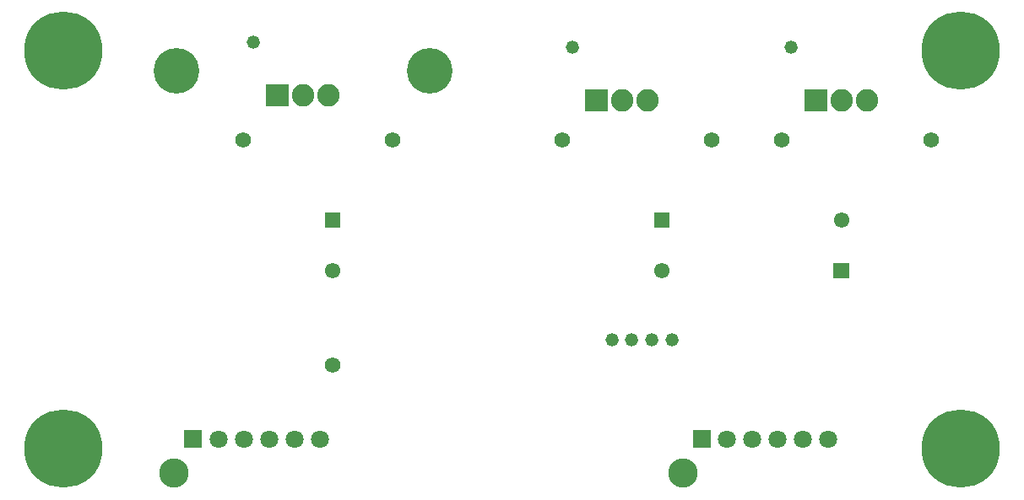
<source format=gbr>
G04 start of page 7 for group -4063 idx -4063 *
G04 Title: EW10A - bias supply, componentmask *
G04 Creator: pcb 1.99z *
G04 CreationDate: Wed 13 Aug 2014 11:07:00 PM GMT UTC *
G04 For: eelco *
G04 Format: Gerber/RS-274X *
G04 PCB-Dimensions (mil): 4724.41 3149.61 *
G04 PCB-Coordinate-Origin: lower left *
%MOIN*%
%FSLAX25Y25*%
%LNTOPMASK*%
%ADD63C,0.0520*%
%ADD62C,0.0620*%
%ADD61C,0.1160*%
%ADD60C,0.0710*%
%ADD59C,0.1800*%
%ADD58C,0.0886*%
%ADD57C,0.0001*%
%ADD56C,0.0610*%
%ADD55C,0.3091*%
G54D55*X413386Y236220D03*
G54D56*X366142Y169291D03*
G54D57*G36*
X351713Y220965D02*Y212106D01*
X360571D01*
Y220965D01*
X351713D01*
G37*
G54D58*X366142Y216535D03*
X376142D03*
G54D55*X59055Y236220D03*
G54D59*X103543Y228346D03*
X203543D03*
G54D57*G36*
X139114Y222933D02*Y214075D01*
X147972D01*
Y222933D01*
X139114D01*
G37*
G54D58*X153543Y218504D03*
X163543D03*
G54D55*X59055Y78740D03*
G54D57*G36*
X162303Y172343D02*Y166240D01*
X168406D01*
Y172343D01*
X162303D01*
G37*
G54D56*X165354Y149291D03*
G54D57*G36*
X106686Y86227D02*Y79127D01*
X113786D01*
Y86227D01*
X106686D01*
G37*
G54D60*X120236Y82677D03*
X130236D03*
X140236D03*
X150236D03*
X160236D03*
G54D61*X102736Y69177D03*
G54D55*X413386Y78740D03*
G54D57*G36*
X307474Y86227D02*Y79127D01*
X314574D01*
Y86227D01*
X307474D01*
G37*
G54D60*X321024Y82677D03*
X331024D03*
X341024D03*
X351024D03*
X361024D03*
G54D61*X303524Y69177D03*
G54D57*G36*
X292224Y172343D02*Y166240D01*
X298327D01*
Y172343D01*
X292224D01*
G37*
G36*
X265098Y220965D02*Y212106D01*
X273957D01*
Y220965D01*
X265098D01*
G37*
G54D58*X279528Y216535D03*
X289528D03*
G54D56*X295276Y149291D03*
G54D57*G36*
X363091Y152343D02*Y146240D01*
X369193D01*
Y152343D01*
X363091D01*
G37*
G54D62*X188976Y200787D03*
X129921D03*
G54D63*X133858Y239665D03*
G54D62*X342520Y200787D03*
X314961D03*
X255906D03*
X401575D03*
G54D63*X346457Y237697D03*
X259843D03*
G54D62*X165354Y112008D03*
G54D63*X299213Y122047D03*
X291339D03*
X283465D03*
X275591D03*
M02*

</source>
